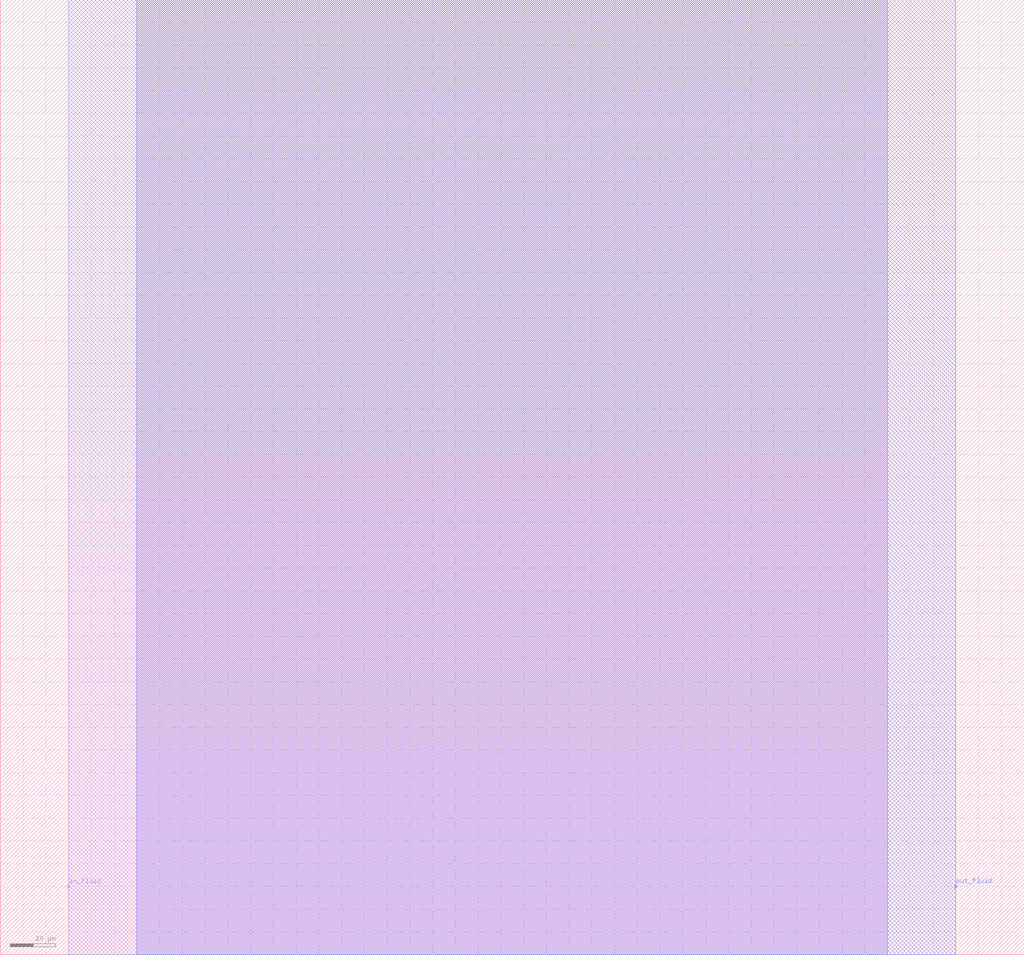
<source format=lef>
MACRO serpentine_300px_2
  CLASS CORE ;
  ORIGIN  0 0 ;
  FOREIGN serpentine_300px_0 0 0 ;
  SIZE 450 BY 420 ;
  SYMMETRY X Y ;
  SITE CoreSite ;
  PIN in_fluid
    DIRECTION INPUT ;
    USE SIGNAL ;
    PORT
      LAYER met2 ;
        RECT 29.5 29.5 30.5 30.5 ;
    END
  END in_fluid
  PIN out_fluid
    DIRECTION OUTPUT ;
    USE SIGNAL ;
    PORT
      LAYER met4 ;
        RECT 419.5 29.5 420.5 30.5 ;
    END
  END out_fluid
  OBS
    LAYER met2 ;
      RECT 30 0 390 420 ;
    LAYER met3 ;
      RECT 60 0 390 420 ;
    LAYER met4 ;
      RECT 60 0 420 420 ;
  END
  PROPERTY CatenaDesignType "deviceLevel" ;
END serpentine_300px_2

</source>
